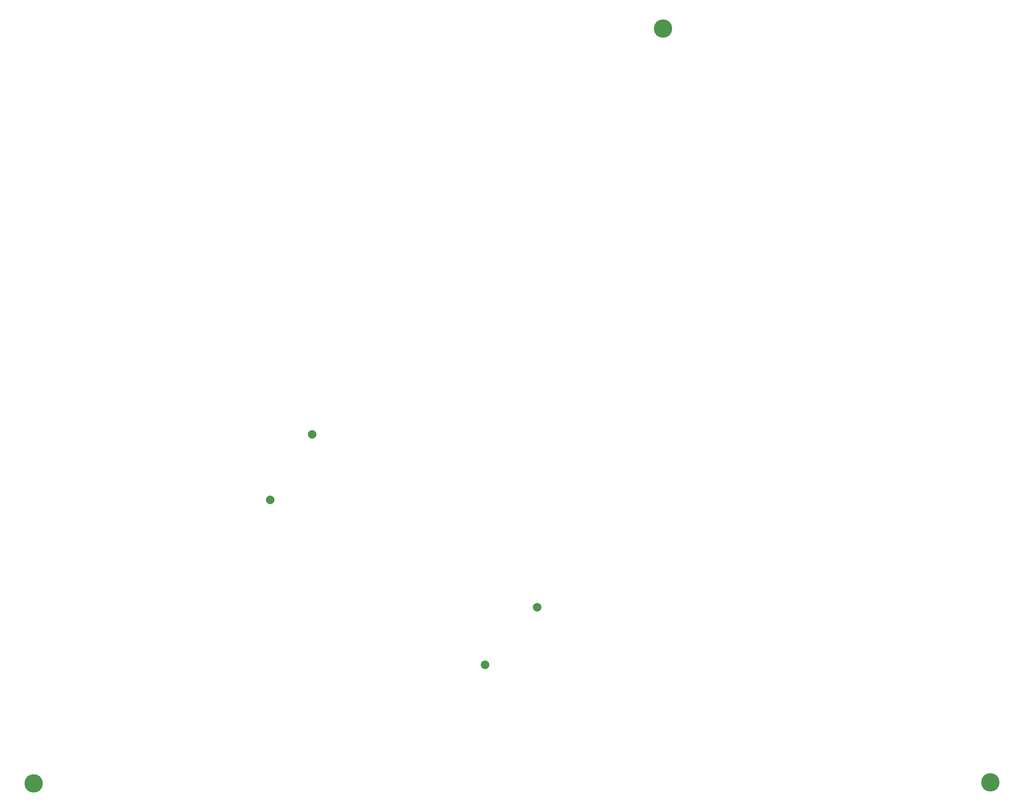
<source format=gbr>
%TF.GenerationSoftware,KiCad,Pcbnew,8.0.0*%
%TF.CreationDate,2024-03-07T18:38:24+01:00*%
%TF.ProjectId,PDU FT24,50445520-4654-4323-942e-6b696361645f,rev?*%
%TF.SameCoordinates,Original*%
%TF.FileFunction,NonPlated,1,4,NPTH,Drill*%
%TF.FilePolarity,Positive*%
%FSLAX46Y46*%
G04 Gerber Fmt 4.6, Leading zero omitted, Abs format (unit mm)*
G04 Created by KiCad (PCBNEW 8.0.0) date 2024-03-07 18:38:24*
%MOMM*%
%LPD*%
G01*
G04 APERTURE LIST*
%TA.AperFunction,ComponentDrill*%
%ADD10C,2.000000*%
%TD*%
%TA.AperFunction,ComponentDrill*%
%ADD11C,4.300000*%
%TD*%
G04 APERTURE END LIST*
D10*
%TO.C,J2*%
X136343143Y-158245708D03*
X146171695Y-142972870D03*
X186641744Y-196841182D03*
X198850356Y-183394629D03*
D11*
%TO.C,H2*%
X80967378Y-224661557D03*
%TO.C,H1*%
X228265696Y-47953087D03*
%TO.C,H3*%
X304938392Y-224383918D03*
M02*

</source>
